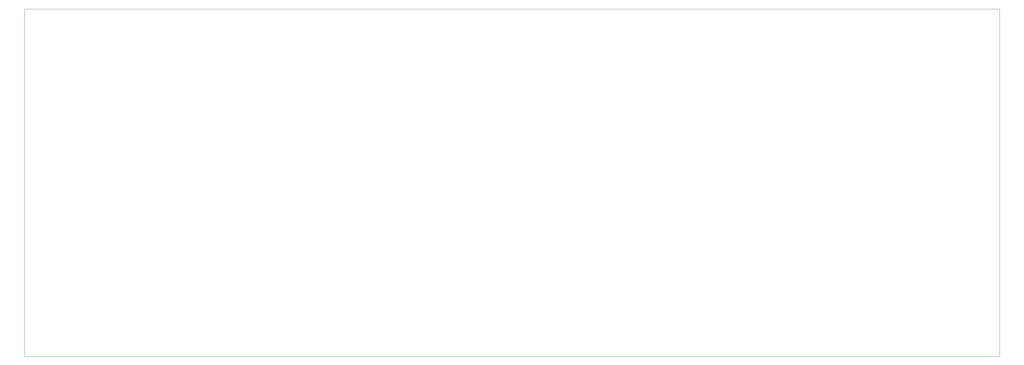
<source format=gm1>
G04 #@! TF.GenerationSoftware,KiCad,Pcbnew,(5.1.5)-3*
G04 #@! TF.CreationDate,2020-12-30T13:44:00+08:00*
G04 #@! TF.ProjectId,45ortho,34356f72-7468-46f2-9e6b-696361645f70,rev?*
G04 #@! TF.SameCoordinates,Original*
G04 #@! TF.FileFunction,Profile,NP*
%FSLAX46Y46*%
G04 Gerber Fmt 4.6, Leading zero omitted, Abs format (unit mm)*
G04 Created by KiCad (PCBNEW (5.1.5)-3) date 2020-12-30 13:44:00*
%MOMM*%
%LPD*%
G04 APERTURE LIST*
%ADD10C,0.050000*%
G04 APERTURE END LIST*
D10*
X346075000Y-60325000D02*
X79375000Y-60325000D01*
X346075000Y-155575000D02*
X346075000Y-60325000D01*
X79375000Y-155575000D02*
X346075000Y-155575000D01*
X79375000Y-60325000D02*
X79375000Y-155575000D01*
M02*

</source>
